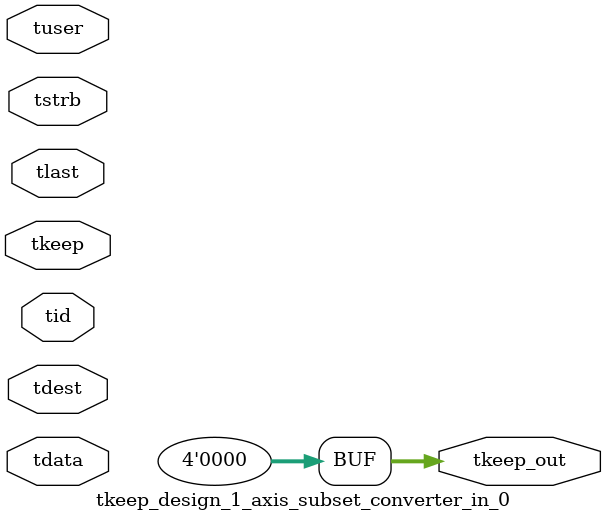
<source format=v>


`timescale 1ps/1ps

module tkeep_design_1_axis_subset_converter_in_0 #
(
parameter C_S_AXIS_TDATA_WIDTH = 32,
parameter C_S_AXIS_TUSER_WIDTH = 0,
parameter C_S_AXIS_TID_WIDTH   = 0,
parameter C_S_AXIS_TDEST_WIDTH = 0,
parameter C_M_AXIS_TDATA_WIDTH = 32
)
(
input  [(C_S_AXIS_TDATA_WIDTH == 0 ? 1 : C_S_AXIS_TDATA_WIDTH)-1:0     ] tdata,
input  [(C_S_AXIS_TUSER_WIDTH == 0 ? 1 : C_S_AXIS_TUSER_WIDTH)-1:0     ] tuser,
input  [(C_S_AXIS_TID_WIDTH   == 0 ? 1 : C_S_AXIS_TID_WIDTH)-1:0       ] tid,
input  [(C_S_AXIS_TDEST_WIDTH == 0 ? 1 : C_S_AXIS_TDEST_WIDTH)-1:0     ] tdest,
input  [(C_S_AXIS_TDATA_WIDTH/8)-1:0 ] tkeep,
input  [(C_S_AXIS_TDATA_WIDTH/8)-1:0 ] tstrb,
input                                                                    tlast,
output [(C_M_AXIS_TDATA_WIDTH/8)-1:0 ] tkeep_out
);

assign tkeep_out = {1'b0};

endmodule


</source>
